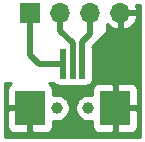
<source format=gbr>
%TF.GenerationSoftware,KiCad,Pcbnew,(5.1.9)-1*%
%TF.CreationDate,2021-09-05T14:49:22+02:00*%
%TF.ProjectId,MQ172,4d513137-322e-46b6-9963-61645f706362,rev?*%
%TF.SameCoordinates,Original*%
%TF.FileFunction,Copper,L1,Top*%
%TF.FilePolarity,Positive*%
%FSLAX46Y46*%
G04 Gerber Fmt 4.6, Leading zero omitted, Abs format (unit mm)*
G04 Created by KiCad (PCBNEW (5.1.9)-1) date 2021-09-05 14:49:22*
%MOMM*%
%LPD*%
G01*
G04 APERTURE LIST*
%TA.AperFunction,SMDPad,CuDef*%
%ADD10R,0.550000X2.500000*%
%TD*%
%TA.AperFunction,SMDPad,CuDef*%
%ADD11R,2.600000X3.000000*%
%TD*%
%TA.AperFunction,WasherPad*%
%ADD12C,1.000000*%
%TD*%
%TA.AperFunction,ComponentPad*%
%ADD13O,1.700000X1.700000*%
%TD*%
%TA.AperFunction,ComponentPad*%
%ADD14R,1.700000X1.700000*%
%TD*%
%TA.AperFunction,Conductor*%
%ADD15C,0.500000*%
%TD*%
%TA.AperFunction,Conductor*%
%ADD16C,0.254000*%
%TD*%
%TA.AperFunction,Conductor*%
%ADD17C,0.100000*%
%TD*%
G04 APERTURE END LIST*
D10*
%TO.P,J2,1*%
%TO.N,Net-(J1-Pad1)*%
X173449000Y-110213000D03*
%TO.P,J2,3*%
%TO.N,Net-(J1-Pad3)*%
X175049000Y-110213000D03*
%TO.P,J2,2*%
%TO.N,Net-(J1-Pad2)*%
X174249000Y-110213000D03*
D11*
%TO.P,J2,0*%
%TO.N,Net-(J1-Pad4)*%
X170649000Y-113963000D03*
X177849000Y-113963000D03*
D12*
%TO.P,J2,*%
%TO.N,*%
X175599000Y-113963000D03*
X172899000Y-113963000D03*
%TD*%
D13*
%TO.P,J1,4*%
%TO.N,Net-(J1-Pad4)*%
X178308000Y-105918000D03*
%TO.P,J1,3*%
%TO.N,Net-(J1-Pad3)*%
X175768000Y-105918000D03*
%TO.P,J1,2*%
%TO.N,Net-(J1-Pad2)*%
X173228000Y-105918000D03*
D14*
%TO.P,J1,1*%
%TO.N,Net-(J1-Pad1)*%
X170688000Y-105918000D03*
%TD*%
D15*
%TO.N,Net-(J1-Pad3)*%
X175049000Y-110213000D02*
X175049000Y-108415000D01*
X175768000Y-107696000D02*
X175768000Y-105918000D01*
X175049000Y-108415000D02*
X175768000Y-107696000D01*
%TO.N,Net-(J1-Pad2)*%
X174249000Y-108463000D02*
X174249000Y-110213000D01*
X173228000Y-107442000D02*
X174249000Y-108463000D01*
X173228000Y-105918000D02*
X173228000Y-107442000D01*
%TO.N,Net-(J1-Pad1)*%
X173449000Y-110213000D02*
X171427000Y-110213000D01*
X170688000Y-109474000D02*
X170688000Y-105918000D01*
X171427000Y-110213000D02*
X170688000Y-109474000D01*
%TD*%
D16*
%TO.N,Net-(J1-Pad4)*%
X179959000Y-116434000D02*
X168529000Y-116434000D01*
X168529000Y-115463000D01*
X168710928Y-115463000D01*
X168723188Y-115587482D01*
X168759498Y-115707180D01*
X168818463Y-115817494D01*
X168897815Y-115914185D01*
X168994506Y-115993537D01*
X169104820Y-116052502D01*
X169224518Y-116088812D01*
X169349000Y-116101072D01*
X170363250Y-116098000D01*
X170522000Y-115939250D01*
X170522000Y-114090000D01*
X168872750Y-114090000D01*
X168714000Y-114248750D01*
X168710928Y-115463000D01*
X168529000Y-115463000D01*
X168529000Y-111887000D01*
X169079560Y-111887000D01*
X168994506Y-111932463D01*
X168897815Y-112011815D01*
X168818463Y-112108506D01*
X168759498Y-112218820D01*
X168723188Y-112338518D01*
X168710928Y-112463000D01*
X168714000Y-113677250D01*
X168872750Y-113836000D01*
X170522000Y-113836000D01*
X170522000Y-113816000D01*
X170776000Y-113816000D01*
X170776000Y-113836000D01*
X170796000Y-113836000D01*
X170796000Y-114090000D01*
X170776000Y-114090000D01*
X170776000Y-115939250D01*
X170934750Y-116098000D01*
X171949000Y-116101072D01*
X172073482Y-116088812D01*
X172193180Y-116052502D01*
X172303494Y-115993537D01*
X172400185Y-115914185D01*
X172479537Y-115817494D01*
X172538502Y-115707180D01*
X172574812Y-115587482D01*
X172587072Y-115463000D01*
X172586047Y-115057986D01*
X172787212Y-115098000D01*
X173010788Y-115098000D01*
X173230067Y-115054383D01*
X173436624Y-114968824D01*
X173622520Y-114844612D01*
X173780612Y-114686520D01*
X173904824Y-114500624D01*
X173990383Y-114294067D01*
X174034000Y-114074788D01*
X174034000Y-113851212D01*
X174464000Y-113851212D01*
X174464000Y-114074788D01*
X174507617Y-114294067D01*
X174593176Y-114500624D01*
X174717388Y-114686520D01*
X174875480Y-114844612D01*
X175061376Y-114968824D01*
X175267933Y-115054383D01*
X175487212Y-115098000D01*
X175710788Y-115098000D01*
X175911953Y-115057986D01*
X175910928Y-115463000D01*
X175923188Y-115587482D01*
X175959498Y-115707180D01*
X176018463Y-115817494D01*
X176097815Y-115914185D01*
X176194506Y-115993537D01*
X176304820Y-116052502D01*
X176424518Y-116088812D01*
X176549000Y-116101072D01*
X177563250Y-116098000D01*
X177722000Y-115939250D01*
X177722000Y-114090000D01*
X177976000Y-114090000D01*
X177976000Y-115939250D01*
X178134750Y-116098000D01*
X179149000Y-116101072D01*
X179273482Y-116088812D01*
X179393180Y-116052502D01*
X179503494Y-115993537D01*
X179600185Y-115914185D01*
X179679537Y-115817494D01*
X179738502Y-115707180D01*
X179774812Y-115587482D01*
X179787072Y-115463000D01*
X179784000Y-114248750D01*
X179625250Y-114090000D01*
X177976000Y-114090000D01*
X177722000Y-114090000D01*
X177702000Y-114090000D01*
X177702000Y-113836000D01*
X177722000Y-113836000D01*
X177722000Y-111986750D01*
X177976000Y-111986750D01*
X177976000Y-113836000D01*
X179625250Y-113836000D01*
X179784000Y-113677250D01*
X179787072Y-112463000D01*
X179774812Y-112338518D01*
X179738502Y-112218820D01*
X179679537Y-112108506D01*
X179600185Y-112011815D01*
X179503494Y-111932463D01*
X179393180Y-111873498D01*
X179273482Y-111837188D01*
X179149000Y-111824928D01*
X178134750Y-111828000D01*
X177976000Y-111986750D01*
X177722000Y-111986750D01*
X177563250Y-111828000D01*
X176549000Y-111824928D01*
X176424518Y-111837188D01*
X176304820Y-111873498D01*
X176194506Y-111932463D01*
X176097815Y-112011815D01*
X176018463Y-112108506D01*
X175959498Y-112218820D01*
X175923188Y-112338518D01*
X175910928Y-112463000D01*
X175911953Y-112868014D01*
X175710788Y-112828000D01*
X175487212Y-112828000D01*
X175267933Y-112871617D01*
X175061376Y-112957176D01*
X174875480Y-113081388D01*
X174717388Y-113239480D01*
X174593176Y-113425376D01*
X174507617Y-113631933D01*
X174464000Y-113851212D01*
X174034000Y-113851212D01*
X173990383Y-113631933D01*
X173904824Y-113425376D01*
X173780612Y-113239480D01*
X173622520Y-113081388D01*
X173436624Y-112957176D01*
X173230067Y-112871617D01*
X173010788Y-112828000D01*
X172787212Y-112828000D01*
X172586047Y-112868014D01*
X172587072Y-112463000D01*
X172574812Y-112338518D01*
X172538502Y-112218820D01*
X172479537Y-112108506D01*
X172400185Y-112011815D01*
X172303494Y-111932463D01*
X172218440Y-111887000D01*
X172700505Y-111887000D01*
X172722815Y-111914185D01*
X172819506Y-111993537D01*
X172929820Y-112052502D01*
X173049518Y-112088812D01*
X173174000Y-112101072D01*
X173724000Y-112101072D01*
X173848482Y-112088812D01*
X173849000Y-112088655D01*
X173849518Y-112088812D01*
X173974000Y-112101072D01*
X174524000Y-112101072D01*
X174648482Y-112088812D01*
X174649000Y-112088655D01*
X174649518Y-112088812D01*
X174774000Y-112101072D01*
X175324000Y-112101072D01*
X175448482Y-112088812D01*
X175568180Y-112052502D01*
X175678494Y-111993537D01*
X175775185Y-111914185D01*
X175801725Y-111881845D01*
X175816601Y-111877333D01*
X175838557Y-111865597D01*
X175857803Y-111849803D01*
X175873597Y-111830557D01*
X175885333Y-111808601D01*
X175892560Y-111784776D01*
X175895000Y-111760000D01*
X175895000Y-111741794D01*
X175913502Y-111707180D01*
X175949812Y-111587482D01*
X175962072Y-111463000D01*
X175962072Y-108963000D01*
X175949812Y-108838518D01*
X175934000Y-108786393D01*
X175934000Y-108781578D01*
X176363050Y-108352529D01*
X176396817Y-108324817D01*
X176425793Y-108289511D01*
X176507411Y-108190059D01*
X176550889Y-108108717D01*
X177127803Y-107531803D01*
X177143597Y-107512557D01*
X177155333Y-107490601D01*
X177162560Y-107466776D01*
X177165000Y-107442000D01*
X177165000Y-106857242D01*
X177307731Y-107015588D01*
X177541080Y-107189641D01*
X177803901Y-107314825D01*
X177951110Y-107359476D01*
X178181000Y-107238155D01*
X178181000Y-106045000D01*
X178435000Y-106045000D01*
X178435000Y-107238155D01*
X178664890Y-107359476D01*
X178812099Y-107314825D01*
X179074920Y-107189641D01*
X179308269Y-107015588D01*
X179503178Y-106799355D01*
X179652157Y-106549252D01*
X179749481Y-106274891D01*
X179628814Y-106045000D01*
X178435000Y-106045000D01*
X178181000Y-106045000D01*
X178161000Y-106045000D01*
X178161000Y-105791000D01*
X178181000Y-105791000D01*
X178181000Y-105771000D01*
X178435000Y-105771000D01*
X178435000Y-105791000D01*
X179628814Y-105791000D01*
X179749481Y-105561109D01*
X179652157Y-105286748D01*
X179649924Y-105283000D01*
X179959000Y-105283000D01*
X179959000Y-116434000D01*
%TA.AperFunction,Conductor*%
D17*
G36*
X179959000Y-116434000D02*
G01*
X168529000Y-116434000D01*
X168529000Y-115463000D01*
X168710928Y-115463000D01*
X168723188Y-115587482D01*
X168759498Y-115707180D01*
X168818463Y-115817494D01*
X168897815Y-115914185D01*
X168994506Y-115993537D01*
X169104820Y-116052502D01*
X169224518Y-116088812D01*
X169349000Y-116101072D01*
X170363250Y-116098000D01*
X170522000Y-115939250D01*
X170522000Y-114090000D01*
X168872750Y-114090000D01*
X168714000Y-114248750D01*
X168710928Y-115463000D01*
X168529000Y-115463000D01*
X168529000Y-111887000D01*
X169079560Y-111887000D01*
X168994506Y-111932463D01*
X168897815Y-112011815D01*
X168818463Y-112108506D01*
X168759498Y-112218820D01*
X168723188Y-112338518D01*
X168710928Y-112463000D01*
X168714000Y-113677250D01*
X168872750Y-113836000D01*
X170522000Y-113836000D01*
X170522000Y-113816000D01*
X170776000Y-113816000D01*
X170776000Y-113836000D01*
X170796000Y-113836000D01*
X170796000Y-114090000D01*
X170776000Y-114090000D01*
X170776000Y-115939250D01*
X170934750Y-116098000D01*
X171949000Y-116101072D01*
X172073482Y-116088812D01*
X172193180Y-116052502D01*
X172303494Y-115993537D01*
X172400185Y-115914185D01*
X172479537Y-115817494D01*
X172538502Y-115707180D01*
X172574812Y-115587482D01*
X172587072Y-115463000D01*
X172586047Y-115057986D01*
X172787212Y-115098000D01*
X173010788Y-115098000D01*
X173230067Y-115054383D01*
X173436624Y-114968824D01*
X173622520Y-114844612D01*
X173780612Y-114686520D01*
X173904824Y-114500624D01*
X173990383Y-114294067D01*
X174034000Y-114074788D01*
X174034000Y-113851212D01*
X174464000Y-113851212D01*
X174464000Y-114074788D01*
X174507617Y-114294067D01*
X174593176Y-114500624D01*
X174717388Y-114686520D01*
X174875480Y-114844612D01*
X175061376Y-114968824D01*
X175267933Y-115054383D01*
X175487212Y-115098000D01*
X175710788Y-115098000D01*
X175911953Y-115057986D01*
X175910928Y-115463000D01*
X175923188Y-115587482D01*
X175959498Y-115707180D01*
X176018463Y-115817494D01*
X176097815Y-115914185D01*
X176194506Y-115993537D01*
X176304820Y-116052502D01*
X176424518Y-116088812D01*
X176549000Y-116101072D01*
X177563250Y-116098000D01*
X177722000Y-115939250D01*
X177722000Y-114090000D01*
X177976000Y-114090000D01*
X177976000Y-115939250D01*
X178134750Y-116098000D01*
X179149000Y-116101072D01*
X179273482Y-116088812D01*
X179393180Y-116052502D01*
X179503494Y-115993537D01*
X179600185Y-115914185D01*
X179679537Y-115817494D01*
X179738502Y-115707180D01*
X179774812Y-115587482D01*
X179787072Y-115463000D01*
X179784000Y-114248750D01*
X179625250Y-114090000D01*
X177976000Y-114090000D01*
X177722000Y-114090000D01*
X177702000Y-114090000D01*
X177702000Y-113836000D01*
X177722000Y-113836000D01*
X177722000Y-111986750D01*
X177976000Y-111986750D01*
X177976000Y-113836000D01*
X179625250Y-113836000D01*
X179784000Y-113677250D01*
X179787072Y-112463000D01*
X179774812Y-112338518D01*
X179738502Y-112218820D01*
X179679537Y-112108506D01*
X179600185Y-112011815D01*
X179503494Y-111932463D01*
X179393180Y-111873498D01*
X179273482Y-111837188D01*
X179149000Y-111824928D01*
X178134750Y-111828000D01*
X177976000Y-111986750D01*
X177722000Y-111986750D01*
X177563250Y-111828000D01*
X176549000Y-111824928D01*
X176424518Y-111837188D01*
X176304820Y-111873498D01*
X176194506Y-111932463D01*
X176097815Y-112011815D01*
X176018463Y-112108506D01*
X175959498Y-112218820D01*
X175923188Y-112338518D01*
X175910928Y-112463000D01*
X175911953Y-112868014D01*
X175710788Y-112828000D01*
X175487212Y-112828000D01*
X175267933Y-112871617D01*
X175061376Y-112957176D01*
X174875480Y-113081388D01*
X174717388Y-113239480D01*
X174593176Y-113425376D01*
X174507617Y-113631933D01*
X174464000Y-113851212D01*
X174034000Y-113851212D01*
X173990383Y-113631933D01*
X173904824Y-113425376D01*
X173780612Y-113239480D01*
X173622520Y-113081388D01*
X173436624Y-112957176D01*
X173230067Y-112871617D01*
X173010788Y-112828000D01*
X172787212Y-112828000D01*
X172586047Y-112868014D01*
X172587072Y-112463000D01*
X172574812Y-112338518D01*
X172538502Y-112218820D01*
X172479537Y-112108506D01*
X172400185Y-112011815D01*
X172303494Y-111932463D01*
X172218440Y-111887000D01*
X172700505Y-111887000D01*
X172722815Y-111914185D01*
X172819506Y-111993537D01*
X172929820Y-112052502D01*
X173049518Y-112088812D01*
X173174000Y-112101072D01*
X173724000Y-112101072D01*
X173848482Y-112088812D01*
X173849000Y-112088655D01*
X173849518Y-112088812D01*
X173974000Y-112101072D01*
X174524000Y-112101072D01*
X174648482Y-112088812D01*
X174649000Y-112088655D01*
X174649518Y-112088812D01*
X174774000Y-112101072D01*
X175324000Y-112101072D01*
X175448482Y-112088812D01*
X175568180Y-112052502D01*
X175678494Y-111993537D01*
X175775185Y-111914185D01*
X175801725Y-111881845D01*
X175816601Y-111877333D01*
X175838557Y-111865597D01*
X175857803Y-111849803D01*
X175873597Y-111830557D01*
X175885333Y-111808601D01*
X175892560Y-111784776D01*
X175895000Y-111760000D01*
X175895000Y-111741794D01*
X175913502Y-111707180D01*
X175949812Y-111587482D01*
X175962072Y-111463000D01*
X175962072Y-108963000D01*
X175949812Y-108838518D01*
X175934000Y-108786393D01*
X175934000Y-108781578D01*
X176363050Y-108352529D01*
X176396817Y-108324817D01*
X176425793Y-108289511D01*
X176507411Y-108190059D01*
X176550889Y-108108717D01*
X177127803Y-107531803D01*
X177143597Y-107512557D01*
X177155333Y-107490601D01*
X177162560Y-107466776D01*
X177165000Y-107442000D01*
X177165000Y-106857242D01*
X177307731Y-107015588D01*
X177541080Y-107189641D01*
X177803901Y-107314825D01*
X177951110Y-107359476D01*
X178181000Y-107238155D01*
X178181000Y-106045000D01*
X178435000Y-106045000D01*
X178435000Y-107238155D01*
X178664890Y-107359476D01*
X178812099Y-107314825D01*
X179074920Y-107189641D01*
X179308269Y-107015588D01*
X179503178Y-106799355D01*
X179652157Y-106549252D01*
X179749481Y-106274891D01*
X179628814Y-106045000D01*
X178435000Y-106045000D01*
X178181000Y-106045000D01*
X178161000Y-106045000D01*
X178161000Y-105791000D01*
X178181000Y-105791000D01*
X178181000Y-105771000D01*
X178435000Y-105771000D01*
X178435000Y-105791000D01*
X179628814Y-105791000D01*
X179749481Y-105561109D01*
X179652157Y-105286748D01*
X179649924Y-105283000D01*
X179959000Y-105283000D01*
X179959000Y-116434000D01*
G37*
%TD.AperFunction*%
%TD*%
M02*

</source>
